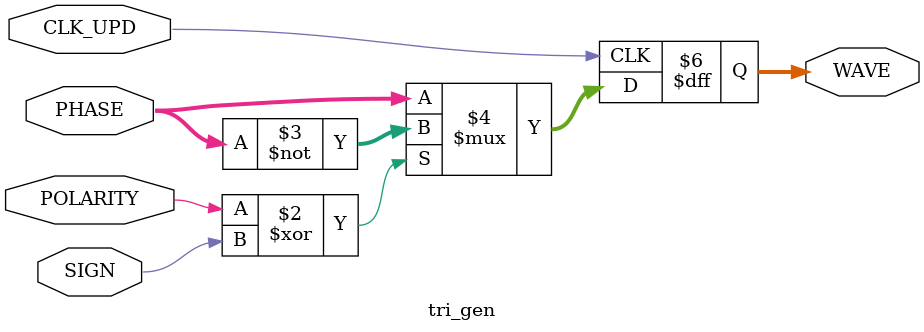
<source format=v>
`timescale 1ns / 1ps


module tri_gen(
    input CLK_UPD,
    input SIGN,
    input [11:0] PHASE,
    input POLARITY,
    output reg [11:0] WAVE = 12'b0
    );
    
    always @ (negedge CLK_UPD)
        WAVE <= (POLARITY ^ SIGN) ? ~PHASE : PHASE;
    
endmodule

</source>
